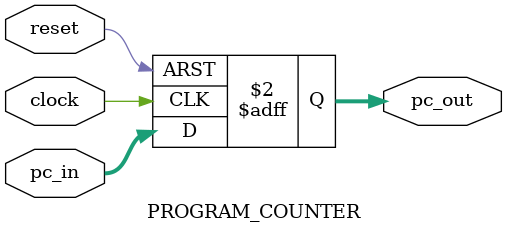
<source format=v>
`timescale 1ns / 1ps

module PROGRAM_COUNTER( 
   input             clock, 
   input             reset,
   input      [31:0] pc_in, 
   output reg [31:0] pc_out 
   );

   always@( posedge clock, posedge reset ) begin
      if( reset ) pc_out <= 32'b0; 
      else        pc_out <= pc_in;
   end

endmodule


</source>
